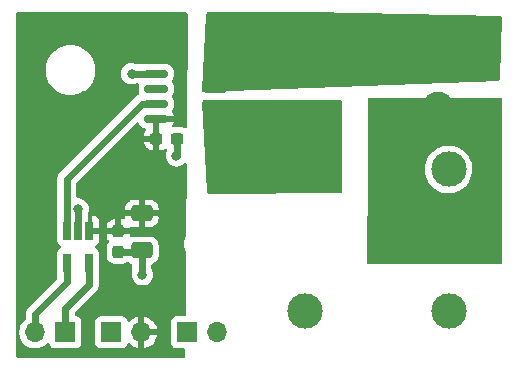
<source format=gtl>
G04 #@! TF.GenerationSoftware,KiCad,Pcbnew,6.0.6*
G04 #@! TF.CreationDate,2022-07-14T17:33:28+02:00*
G04 #@! TF.ProjectId,3D_power_meter,33445f70-6f77-4657-925f-6d657465722e,rev?*
G04 #@! TF.SameCoordinates,Original*
G04 #@! TF.FileFunction,Copper,L1,Top*
G04 #@! TF.FilePolarity,Positive*
%FSLAX46Y46*%
G04 Gerber Fmt 4.6, Leading zero omitted, Abs format (unit mm)*
G04 Created by KiCad (PCBNEW 6.0.6) date 2022-07-14 17:33:28*
%MOMM*%
%LPD*%
G01*
G04 APERTURE LIST*
G04 Aperture macros list*
%AMRoundRect*
0 Rectangle with rounded corners*
0 $1 Rounding radius*
0 $2 $3 $4 $5 $6 $7 $8 $9 X,Y pos of 4 corners*
0 Add a 4 corners polygon primitive as box body*
4,1,4,$2,$3,$4,$5,$6,$7,$8,$9,$2,$3,0*
0 Add four circle primitives for the rounded corners*
1,1,$1+$1,$2,$3*
1,1,$1+$1,$4,$5*
1,1,$1+$1,$6,$7*
1,1,$1+$1,$8,$9*
0 Add four rect primitives between the rounded corners*
20,1,$1+$1,$2,$3,$4,$5,0*
20,1,$1+$1,$4,$5,$6,$7,0*
20,1,$1+$1,$6,$7,$8,$9,0*
20,1,$1+$1,$8,$9,$2,$3,0*%
G04 Aperture macros list end*
G04 #@! TA.AperFunction,ComponentPad*
%ADD10R,1.700000X1.700000*%
G04 #@! TD*
G04 #@! TA.AperFunction,ComponentPad*
%ADD11O,1.700000X1.700000*%
G04 #@! TD*
G04 #@! TA.AperFunction,SMDPad,CuDef*
%ADD12RoundRect,0.237500X-0.300000X-0.237500X0.300000X-0.237500X0.300000X0.237500X-0.300000X0.237500X0*%
G04 #@! TD*
G04 #@! TA.AperFunction,SMDPad,CuDef*
%ADD13RoundRect,0.237500X-0.237500X0.300000X-0.237500X-0.300000X0.237500X-0.300000X0.237500X0.300000X0*%
G04 #@! TD*
G04 #@! TA.AperFunction,SMDPad,CuDef*
%ADD14RoundRect,0.250000X-0.650000X0.412500X-0.650000X-0.412500X0.650000X-0.412500X0.650000X0.412500X0*%
G04 #@! TD*
G04 #@! TA.AperFunction,ComponentPad*
%ADD15C,3.000000*%
G04 #@! TD*
G04 #@! TA.AperFunction,ComponentPad*
%ADD16R,2.600000X2.600000*%
G04 #@! TD*
G04 #@! TA.AperFunction,ComponentPad*
%ADD17C,2.600000*%
G04 #@! TD*
G04 #@! TA.AperFunction,SMDPad,CuDef*
%ADD18R,0.650000X1.560000*%
G04 #@! TD*
G04 #@! TA.AperFunction,SMDPad,CuDef*
%ADD19RoundRect,0.150000X0.825000X0.150000X-0.825000X0.150000X-0.825000X-0.150000X0.825000X-0.150000X0*%
G04 #@! TD*
G04 #@! TA.AperFunction,ViaPad*
%ADD20C,0.800000*%
G04 #@! TD*
G04 #@! TA.AperFunction,Conductor*
%ADD21C,0.500000*%
G04 #@! TD*
G04 #@! TA.AperFunction,Conductor*
%ADD22C,0.600000*%
G04 #@! TD*
G04 #@! TA.AperFunction,Conductor*
%ADD23C,0.800000*%
G04 #@! TD*
G04 APERTURE END LIST*
D10*
X165100000Y-118000000D03*
D11*
X162560000Y-118000000D03*
D12*
X172787500Y-101600000D03*
X174512500Y-101600000D03*
D13*
X169575000Y-109450000D03*
X169575000Y-111175000D03*
D14*
X171575000Y-107937500D03*
X171575000Y-111062500D03*
D10*
X169000000Y-118000000D03*
D11*
X171540000Y-118000000D03*
D10*
X175425000Y-118000000D03*
D11*
X177965000Y-118000000D03*
D15*
X199550000Y-110200000D03*
X185350000Y-116200000D03*
X185350000Y-104200000D03*
X197550000Y-104200000D03*
X197550000Y-116200000D03*
D16*
X196645000Y-93880000D03*
D17*
X196645000Y-98960000D03*
D18*
X167125000Y-109400000D03*
X166175000Y-109400000D03*
X165225000Y-109400000D03*
X165225000Y-112100000D03*
X167125000Y-112100000D03*
D19*
X177735000Y-99905000D03*
X177735000Y-98635000D03*
X177735000Y-97365000D03*
X177735000Y-96095000D03*
X172785000Y-96095000D03*
X172785000Y-97365000D03*
X172785000Y-98635000D03*
X172785000Y-99905000D03*
D20*
X171625000Y-113125000D03*
X174500000Y-103050000D03*
X166175000Y-107550000D03*
X170700000Y-96100000D03*
D21*
X167150000Y-109425000D02*
X167125000Y-109400000D01*
X169600000Y-109475000D02*
X169575000Y-109450000D01*
D22*
X169575000Y-111175000D02*
X171462500Y-111175000D01*
X171575000Y-111062500D02*
X171575000Y-113075000D01*
X174512500Y-101600000D02*
X174512500Y-103037500D01*
X174512500Y-103037500D02*
X174500000Y-103050000D01*
X171462500Y-111175000D02*
X171575000Y-111062500D01*
X172785000Y-96095000D02*
X170705000Y-96095000D01*
X166175000Y-109400000D02*
X166175000Y-107550000D01*
D23*
X170705000Y-96095000D02*
X170700000Y-96100000D01*
D22*
X171575000Y-113075000D02*
X171625000Y-113125000D01*
X167125000Y-113950000D02*
X167125000Y-112100000D01*
X165100000Y-118000000D02*
X165100000Y-115975000D01*
X165100000Y-115975000D02*
X167125000Y-113950000D01*
X162560000Y-116440000D02*
X165225000Y-113775000D01*
X165225000Y-113775000D02*
X165225000Y-112100000D01*
X162560000Y-118000000D02*
X162560000Y-116440000D01*
X165225000Y-104995000D02*
X165225000Y-109400000D01*
X171585000Y-98635000D02*
X165225000Y-104995000D01*
X171585000Y-98635000D02*
X172785000Y-98635000D01*
G04 #@! TA.AperFunction,Conductor*
G36*
X175389811Y-90928502D02*
G01*
X175436304Y-90982158D01*
X175447687Y-91035354D01*
X175382774Y-100612826D01*
X175362311Y-100680810D01*
X175308341Y-100726938D01*
X175238000Y-100736565D01*
X175190661Y-100719232D01*
X175136150Y-100685631D01*
X175136148Y-100685630D01*
X175129920Y-100681791D01*
X174964809Y-100627026D01*
X174957973Y-100626326D01*
X174957970Y-100626325D01*
X174906474Y-100621049D01*
X174862072Y-100616500D01*
X174263289Y-100616500D01*
X174195168Y-100596498D01*
X174148675Y-100542842D01*
X174138571Y-100472568D01*
X174154835Y-100426361D01*
X174214648Y-100325221D01*
X174220893Y-100310790D01*
X174259939Y-100176395D01*
X174259899Y-100162294D01*
X174252630Y-100159000D01*
X173057115Y-100159000D01*
X173041876Y-100163475D01*
X173040671Y-100164865D01*
X173039000Y-100172548D01*
X173039000Y-100568126D01*
X173041500Y-100585514D01*
X173041500Y-102564885D01*
X173045975Y-102580124D01*
X173047365Y-102581329D01*
X173055048Y-102583000D01*
X173133766Y-102583000D01*
X173140282Y-102582663D01*
X173234132Y-102572925D01*
X173247528Y-102570032D01*
X173398953Y-102519512D01*
X173412115Y-102513347D01*
X173511698Y-102451724D01*
X173580150Y-102432887D01*
X173647920Y-102454049D01*
X173693490Y-102508490D01*
X173704000Y-102558869D01*
X173704000Y-102577952D01*
X173687119Y-102640952D01*
X173665473Y-102678444D01*
X173606458Y-102860072D01*
X173586496Y-103050000D01*
X173606458Y-103239928D01*
X173665473Y-103421556D01*
X173760960Y-103586944D01*
X173888747Y-103728866D01*
X174043248Y-103841118D01*
X174049276Y-103843802D01*
X174049278Y-103843803D01*
X174211681Y-103916109D01*
X174217712Y-103918794D01*
X174311113Y-103938647D01*
X174398056Y-103957128D01*
X174398061Y-103957128D01*
X174404513Y-103958500D01*
X174595487Y-103958500D01*
X174601939Y-103957128D01*
X174601944Y-103957128D01*
X174688887Y-103938647D01*
X174782288Y-103918794D01*
X174788319Y-103916109D01*
X174950722Y-103843803D01*
X174950724Y-103843802D01*
X174956752Y-103841118D01*
X175111253Y-103728866D01*
X175141674Y-103695080D01*
X175202120Y-103657840D01*
X175273103Y-103659192D01*
X175332088Y-103698705D01*
X175360346Y-103763836D01*
X175361306Y-103780233D01*
X175321373Y-109672115D01*
X175321153Y-109704610D01*
X175310529Y-109754400D01*
X175286517Y-109809102D01*
X175207756Y-110085594D01*
X175167249Y-110370216D01*
X175167227Y-110374505D01*
X175167226Y-110374512D01*
X175165833Y-110640457D01*
X175165743Y-110657703D01*
X175166302Y-110661947D01*
X175166302Y-110661951D01*
X175175199Y-110729530D01*
X175203268Y-110942734D01*
X175204401Y-110946874D01*
X175204401Y-110946876D01*
X175209197Y-110964406D01*
X175279129Y-111220036D01*
X175296681Y-111261186D01*
X175300108Y-111269220D01*
X175310207Y-111319508D01*
X175274984Y-116516354D01*
X175254521Y-116584338D01*
X175200551Y-116630466D01*
X175148987Y-116641500D01*
X174526866Y-116641500D01*
X174464684Y-116648255D01*
X174328295Y-116699385D01*
X174211739Y-116786739D01*
X174124385Y-116903295D01*
X174073255Y-117039684D01*
X174066500Y-117101866D01*
X174066500Y-118898134D01*
X174073255Y-118960316D01*
X174124385Y-119096705D01*
X174211739Y-119213261D01*
X174328295Y-119300615D01*
X174464684Y-119351745D01*
X174526866Y-119358500D01*
X175128864Y-119358500D01*
X175196985Y-119378502D01*
X175243478Y-119432158D01*
X175254861Y-119485354D01*
X175252365Y-119853790D01*
X175251269Y-120015500D01*
X175251263Y-120016354D01*
X175230800Y-120084337D01*
X175176830Y-120130466D01*
X175125266Y-120141500D01*
X161034500Y-120141500D01*
X160966379Y-120121498D01*
X160919886Y-120067842D01*
X160908500Y-120015500D01*
X160908500Y-117966695D01*
X161197251Y-117966695D01*
X161210110Y-118189715D01*
X161211247Y-118194761D01*
X161211248Y-118194767D01*
X161224597Y-118254000D01*
X161259222Y-118407639D01*
X161343266Y-118614616D01*
X161459987Y-118805088D01*
X161606250Y-118973938D01*
X161778126Y-119116632D01*
X161971000Y-119229338D01*
X162179692Y-119309030D01*
X162184760Y-119310061D01*
X162184763Y-119310062D01*
X162279862Y-119329410D01*
X162398597Y-119353567D01*
X162403772Y-119353757D01*
X162403774Y-119353757D01*
X162616673Y-119361564D01*
X162616677Y-119361564D01*
X162621837Y-119361753D01*
X162626957Y-119361097D01*
X162626959Y-119361097D01*
X162838288Y-119334025D01*
X162838289Y-119334025D01*
X162843416Y-119333368D01*
X162848366Y-119331883D01*
X163052429Y-119270661D01*
X163052434Y-119270659D01*
X163057384Y-119269174D01*
X163257994Y-119170896D01*
X163439860Y-119041173D01*
X163548091Y-118933319D01*
X163610462Y-118899404D01*
X163681268Y-118904592D01*
X163738030Y-118947238D01*
X163755012Y-118978341D01*
X163799385Y-119096705D01*
X163886739Y-119213261D01*
X164003295Y-119300615D01*
X164139684Y-119351745D01*
X164201866Y-119358500D01*
X165998134Y-119358500D01*
X166060316Y-119351745D01*
X166196705Y-119300615D01*
X166313261Y-119213261D01*
X166400615Y-119096705D01*
X166451745Y-118960316D01*
X166458500Y-118898134D01*
X167641500Y-118898134D01*
X167648255Y-118960316D01*
X167699385Y-119096705D01*
X167786739Y-119213261D01*
X167903295Y-119300615D01*
X168039684Y-119351745D01*
X168101866Y-119358500D01*
X169898134Y-119358500D01*
X169960316Y-119351745D01*
X170096705Y-119300615D01*
X170213261Y-119213261D01*
X170300615Y-119096705D01*
X170344798Y-118978848D01*
X170387440Y-118922084D01*
X170454001Y-118897384D01*
X170523350Y-118912592D01*
X170558017Y-118940580D01*
X170583218Y-118969673D01*
X170590580Y-118976883D01*
X170754434Y-119112916D01*
X170762881Y-119118831D01*
X170946756Y-119226279D01*
X170956042Y-119230729D01*
X171155001Y-119306703D01*
X171164899Y-119309579D01*
X171268250Y-119330606D01*
X171282299Y-119329410D01*
X171286000Y-119319065D01*
X171286000Y-119318517D01*
X171794000Y-119318517D01*
X171798064Y-119332359D01*
X171811478Y-119334393D01*
X171818184Y-119333534D01*
X171828262Y-119331392D01*
X172032255Y-119270191D01*
X172041842Y-119266433D01*
X172233095Y-119172739D01*
X172241945Y-119167464D01*
X172415328Y-119043792D01*
X172423200Y-119037139D01*
X172574052Y-118886812D01*
X172580730Y-118878965D01*
X172705003Y-118706020D01*
X172710313Y-118697183D01*
X172804670Y-118506267D01*
X172808469Y-118496672D01*
X172870377Y-118292910D01*
X172872555Y-118282837D01*
X172873986Y-118271962D01*
X172871775Y-118257778D01*
X172858617Y-118254000D01*
X171812115Y-118254000D01*
X171796876Y-118258475D01*
X171795671Y-118259865D01*
X171794000Y-118267548D01*
X171794000Y-119318517D01*
X171286000Y-119318517D01*
X171286000Y-117727885D01*
X171794000Y-117727885D01*
X171798475Y-117743124D01*
X171799865Y-117744329D01*
X171807548Y-117746000D01*
X172858344Y-117746000D01*
X172871875Y-117742027D01*
X172873180Y-117732947D01*
X172831214Y-117565875D01*
X172827894Y-117556124D01*
X172742972Y-117360814D01*
X172738105Y-117351739D01*
X172622426Y-117172926D01*
X172616136Y-117164757D01*
X172472806Y-117007240D01*
X172465273Y-117000215D01*
X172298139Y-116868222D01*
X172289552Y-116862517D01*
X172103117Y-116759599D01*
X172093705Y-116755369D01*
X171892959Y-116684280D01*
X171882988Y-116681646D01*
X171811837Y-116668972D01*
X171798540Y-116670432D01*
X171794000Y-116684989D01*
X171794000Y-117727885D01*
X171286000Y-117727885D01*
X171286000Y-116683102D01*
X171282082Y-116669758D01*
X171267806Y-116667771D01*
X171229324Y-116673660D01*
X171219288Y-116676051D01*
X171016868Y-116742212D01*
X171007359Y-116746209D01*
X170818463Y-116844542D01*
X170809738Y-116850036D01*
X170639433Y-116977905D01*
X170631726Y-116984748D01*
X170554478Y-117065584D01*
X170492954Y-117101014D01*
X170422042Y-117097557D01*
X170364255Y-117056311D01*
X170345402Y-117022763D01*
X170303767Y-116911703D01*
X170300615Y-116903295D01*
X170213261Y-116786739D01*
X170096705Y-116699385D01*
X169960316Y-116648255D01*
X169898134Y-116641500D01*
X168101866Y-116641500D01*
X168039684Y-116648255D01*
X167903295Y-116699385D01*
X167786739Y-116786739D01*
X167699385Y-116903295D01*
X167648255Y-117039684D01*
X167641500Y-117101866D01*
X167641500Y-118898134D01*
X166458500Y-118898134D01*
X166458500Y-117101866D01*
X166451745Y-117039684D01*
X166400615Y-116903295D01*
X166313261Y-116786739D01*
X166196705Y-116699385D01*
X166060316Y-116648255D01*
X166033086Y-116645297D01*
X166020892Y-116643972D01*
X165955330Y-116616730D01*
X165914904Y-116558366D01*
X165908500Y-116518709D01*
X165908500Y-116362082D01*
X165928502Y-116293961D01*
X165945405Y-116272987D01*
X167690158Y-114528234D01*
X167691095Y-114527306D01*
X167750475Y-114469157D01*
X167750476Y-114469156D01*
X167755507Y-114464229D01*
X167778998Y-114427779D01*
X167786417Y-114417454D01*
X167813476Y-114383557D01*
X167816540Y-114377218D01*
X167816543Y-114377214D01*
X167828074Y-114353362D01*
X167835601Y-114339949D01*
X167849947Y-114317687D01*
X167849948Y-114317684D01*
X167853765Y-114311762D01*
X167856176Y-114305139D01*
X167868592Y-114271027D01*
X167873553Y-114259283D01*
X167889352Y-114226601D01*
X167889353Y-114226599D01*
X167892421Y-114220252D01*
X167899966Y-114187573D01*
X167904334Y-114172825D01*
X167915803Y-114141315D01*
X167916685Y-114134329D01*
X167916687Y-114134323D01*
X167921238Y-114098299D01*
X167923474Y-114085747D01*
X167931638Y-114050386D01*
X167931638Y-114050383D01*
X167933224Y-114043515D01*
X167933366Y-114002944D01*
X167933395Y-114002062D01*
X167933500Y-114001231D01*
X167933500Y-113964428D01*
X167933857Y-113862130D01*
X167933589Y-113860930D01*
X167933500Y-113859293D01*
X167933500Y-113061826D01*
X167941518Y-113017596D01*
X167948971Y-112997715D01*
X167951745Y-112990316D01*
X167958500Y-112928134D01*
X167958500Y-111524572D01*
X168591500Y-111524572D01*
X168602293Y-111628593D01*
X168657346Y-111793607D01*
X168748884Y-111941531D01*
X168754066Y-111946704D01*
X168866816Y-112059258D01*
X168866821Y-112059262D01*
X168871997Y-112064429D01*
X169020080Y-112155709D01*
X169185191Y-112210474D01*
X169192027Y-112211174D01*
X169192030Y-112211175D01*
X169243526Y-112216451D01*
X169287928Y-112221000D01*
X169862072Y-112221000D01*
X169865318Y-112220663D01*
X169865322Y-112220663D01*
X169959235Y-112210919D01*
X169959239Y-112210918D01*
X169966093Y-112210207D01*
X169972629Y-112208026D01*
X169972631Y-112208026D01*
X170108507Y-112162694D01*
X170131107Y-112155154D01*
X170279031Y-112063616D01*
X170281996Y-112060646D01*
X170346616Y-112034491D01*
X170416380Y-112047662D01*
X170440375Y-112065098D01*
X170440771Y-112064596D01*
X170446517Y-112069134D01*
X170451697Y-112074305D01*
X170457927Y-112078145D01*
X170457928Y-112078146D01*
X170595090Y-112162694D01*
X170602262Y-112167115D01*
X170659949Y-112186249D01*
X170680167Y-112192955D01*
X170738527Y-112233386D01*
X170765764Y-112298950D01*
X170766500Y-112312548D01*
X170766500Y-112807268D01*
X170760333Y-112846205D01*
X170731458Y-112935072D01*
X170730768Y-112941635D01*
X170730767Y-112941642D01*
X170718136Y-113061826D01*
X170711496Y-113125000D01*
X170731458Y-113314928D01*
X170790473Y-113496556D01*
X170885960Y-113661944D01*
X170890378Y-113666851D01*
X170890379Y-113666852D01*
X171000747Y-113789428D01*
X171013747Y-113803866D01*
X171168248Y-113916118D01*
X171174276Y-113918802D01*
X171174278Y-113918803D01*
X171277098Y-113964581D01*
X171342712Y-113993794D01*
X171436112Y-114013647D01*
X171523056Y-114032128D01*
X171523061Y-114032128D01*
X171529513Y-114033500D01*
X171720487Y-114033500D01*
X171726939Y-114032128D01*
X171726944Y-114032128D01*
X171813888Y-114013647D01*
X171907288Y-113993794D01*
X171972902Y-113964581D01*
X172075722Y-113918803D01*
X172075724Y-113918802D01*
X172081752Y-113916118D01*
X172236253Y-113803866D01*
X172249253Y-113789428D01*
X172359621Y-113666852D01*
X172359622Y-113666851D01*
X172364040Y-113661944D01*
X172459527Y-113496556D01*
X172518542Y-113314928D01*
X172538504Y-113125000D01*
X172531864Y-113061826D01*
X172519232Y-112941635D01*
X172519232Y-112941633D01*
X172518542Y-112935072D01*
X172459527Y-112753444D01*
X172400381Y-112651000D01*
X172383500Y-112588001D01*
X172383500Y-112312538D01*
X172403502Y-112244417D01*
X172457158Y-112197924D01*
X172469624Y-112193014D01*
X172530653Y-112172653D01*
X172548946Y-112166550D01*
X172699348Y-112073478D01*
X172711677Y-112061128D01*
X172819134Y-111953483D01*
X172824305Y-111948303D01*
X172917115Y-111797738D01*
X172972797Y-111629861D01*
X172983500Y-111525400D01*
X172983500Y-110599600D01*
X172978176Y-110548285D01*
X172973238Y-110500692D01*
X172973237Y-110500688D01*
X172972526Y-110493834D01*
X172952528Y-110433891D01*
X172918868Y-110333002D01*
X172916550Y-110326054D01*
X172823478Y-110175652D01*
X172698303Y-110050695D01*
X172547738Y-109957885D01*
X172467995Y-109931436D01*
X172386389Y-109904368D01*
X172386387Y-109904368D01*
X172379861Y-109902203D01*
X172373025Y-109901503D01*
X172373022Y-109901502D01*
X172325488Y-109896632D01*
X172275400Y-109891500D01*
X170874600Y-109891500D01*
X170871354Y-109891837D01*
X170871350Y-109891837D01*
X170775692Y-109901762D01*
X170775688Y-109901763D01*
X170768834Y-109902474D01*
X170762300Y-109904654D01*
X170762295Y-109904655D01*
X170723876Y-109917473D01*
X170652926Y-109920057D01*
X170591842Y-109883873D01*
X170560018Y-109820409D01*
X170558000Y-109797949D01*
X170558000Y-109722115D01*
X170553525Y-109706876D01*
X170552135Y-109705671D01*
X170544452Y-109704000D01*
X168610115Y-109704000D01*
X168594876Y-109708475D01*
X168593671Y-109709865D01*
X168592000Y-109717548D01*
X168592000Y-109796266D01*
X168592337Y-109802782D01*
X168602075Y-109896632D01*
X168604968Y-109910028D01*
X168655488Y-110061453D01*
X168661653Y-110074615D01*
X168745426Y-110209992D01*
X168754464Y-110221394D01*
X168756139Y-110223067D01*
X168756919Y-110224493D01*
X168759007Y-110227127D01*
X168758556Y-110227484D01*
X168790219Y-110285349D01*
X168785216Y-110356169D01*
X168756299Y-110401254D01*
X168753476Y-110404083D01*
X168748071Y-110409497D01*
X168744231Y-110415727D01*
X168744230Y-110415728D01*
X168662521Y-110548285D01*
X168656791Y-110557580D01*
X168602026Y-110722691D01*
X168601326Y-110729527D01*
X168601325Y-110729530D01*
X168597982Y-110762158D01*
X168591500Y-110825428D01*
X168591500Y-111524572D01*
X167958500Y-111524572D01*
X167958500Y-111271866D01*
X167951745Y-111209684D01*
X167900615Y-111073295D01*
X167813261Y-110956739D01*
X167696705Y-110869385D01*
X167688297Y-110866233D01*
X167680425Y-110861923D01*
X167681624Y-110859732D01*
X167635487Y-110825076D01*
X167610786Y-110758515D01*
X167625992Y-110689165D01*
X167676277Y-110639046D01*
X167684271Y-110635396D01*
X167703649Y-110624786D01*
X167805724Y-110548285D01*
X167818285Y-110535724D01*
X167894786Y-110433649D01*
X167903324Y-110418054D01*
X167948478Y-110297606D01*
X167952105Y-110282351D01*
X167957631Y-110231486D01*
X167958000Y-110224672D01*
X167958000Y-109672115D01*
X167953525Y-109656876D01*
X167952135Y-109655671D01*
X167944452Y-109654000D01*
X167134500Y-109654000D01*
X167066379Y-109633998D01*
X167019886Y-109580342D01*
X167008500Y-109528000D01*
X167008500Y-109177885D01*
X168592000Y-109177885D01*
X168596475Y-109193124D01*
X168597865Y-109194329D01*
X168605548Y-109196000D01*
X169302885Y-109196000D01*
X169318124Y-109191525D01*
X169319329Y-109190135D01*
X169321000Y-109182452D01*
X169321000Y-109177885D01*
X169829000Y-109177885D01*
X169833475Y-109193124D01*
X169834865Y-109194329D01*
X169842548Y-109196000D01*
X170539885Y-109196000D01*
X170555124Y-109191525D01*
X170556329Y-109190135D01*
X170559773Y-109174301D01*
X170593798Y-109111989D01*
X170656109Y-109077963D01*
X170722560Y-109081490D01*
X170763703Y-109095136D01*
X170777086Y-109098005D01*
X170871438Y-109107672D01*
X170877854Y-109108000D01*
X171302885Y-109108000D01*
X171318124Y-109103525D01*
X171319329Y-109102135D01*
X171321000Y-109094452D01*
X171321000Y-109089884D01*
X171829000Y-109089884D01*
X171833475Y-109105123D01*
X171834865Y-109106328D01*
X171842548Y-109107999D01*
X172272095Y-109107999D01*
X172278614Y-109107662D01*
X172374206Y-109097743D01*
X172387600Y-109094851D01*
X172541784Y-109043412D01*
X172554962Y-109037239D01*
X172692807Y-108951937D01*
X172704208Y-108942901D01*
X172818739Y-108828171D01*
X172827751Y-108816760D01*
X172912816Y-108678757D01*
X172918963Y-108665576D01*
X172970138Y-108511290D01*
X172973005Y-108497914D01*
X172982672Y-108403562D01*
X172983000Y-108397146D01*
X172983000Y-108209615D01*
X172978525Y-108194376D01*
X172977135Y-108193171D01*
X172969452Y-108191500D01*
X171847115Y-108191500D01*
X171831876Y-108195975D01*
X171830671Y-108197365D01*
X171829000Y-108205048D01*
X171829000Y-109089884D01*
X171321000Y-109089884D01*
X171321000Y-108209615D01*
X171316525Y-108194376D01*
X171315135Y-108193171D01*
X171307452Y-108191500D01*
X170185116Y-108191500D01*
X170169877Y-108195975D01*
X170168672Y-108197365D01*
X170167001Y-108205048D01*
X170167001Y-108307576D01*
X170146999Y-108375697D01*
X170093343Y-108422190D01*
X170023069Y-108432294D01*
X170001333Y-108427169D01*
X169971231Y-108417184D01*
X169957868Y-108414319D01*
X169865230Y-108404828D01*
X169858815Y-108404500D01*
X169847115Y-108404500D01*
X169831876Y-108408975D01*
X169830671Y-108410365D01*
X169829000Y-108418048D01*
X169829000Y-109177885D01*
X169321000Y-109177885D01*
X169321000Y-108422615D01*
X169316525Y-108407376D01*
X169315135Y-108406171D01*
X169307452Y-108404500D01*
X169291234Y-108404500D01*
X169284718Y-108404837D01*
X169190868Y-108414575D01*
X169177472Y-108417468D01*
X169026047Y-108467988D01*
X169012885Y-108474153D01*
X168877508Y-108557926D01*
X168866110Y-108566960D01*
X168753637Y-108679629D01*
X168744625Y-108691040D01*
X168661088Y-108826563D01*
X168654944Y-108839741D01*
X168604685Y-108991266D01*
X168601819Y-109004632D01*
X168592328Y-109097270D01*
X168592000Y-109103685D01*
X168592000Y-109177885D01*
X167008500Y-109177885D01*
X167008500Y-109127885D01*
X167379000Y-109127885D01*
X167383475Y-109143124D01*
X167384865Y-109144329D01*
X167392548Y-109146000D01*
X167939884Y-109146000D01*
X167955123Y-109141525D01*
X167956328Y-109140135D01*
X167957999Y-109132452D01*
X167957999Y-108575331D01*
X167957629Y-108568510D01*
X167952105Y-108517648D01*
X167948479Y-108502396D01*
X167903324Y-108381946D01*
X167894786Y-108366351D01*
X167818285Y-108264276D01*
X167805724Y-108251715D01*
X167703649Y-108175214D01*
X167688054Y-108166676D01*
X167567606Y-108121522D01*
X167552351Y-108117895D01*
X167501486Y-108112369D01*
X167494672Y-108112000D01*
X167397115Y-108112000D01*
X167381876Y-108116475D01*
X167380671Y-108117865D01*
X167379000Y-108125548D01*
X167379000Y-109127885D01*
X167008500Y-109127885D01*
X167008500Y-108571866D01*
X167001745Y-108509684D01*
X166991518Y-108482404D01*
X166983500Y-108438174D01*
X166983500Y-108000397D01*
X167000380Y-107937398D01*
X167009527Y-107921556D01*
X167068542Y-107739928D01*
X167074649Y-107681829D01*
X167076377Y-107665385D01*
X170167000Y-107665385D01*
X170171475Y-107680624D01*
X170172865Y-107681829D01*
X170180548Y-107683500D01*
X171302885Y-107683500D01*
X171318124Y-107679025D01*
X171319329Y-107677635D01*
X171321000Y-107669952D01*
X171321000Y-107665385D01*
X171829000Y-107665385D01*
X171833475Y-107680624D01*
X171834865Y-107681829D01*
X171842548Y-107683500D01*
X172964884Y-107683500D01*
X172980123Y-107679025D01*
X172981328Y-107677635D01*
X172982999Y-107669952D01*
X172982999Y-107477905D01*
X172982662Y-107471386D01*
X172972743Y-107375794D01*
X172969851Y-107362400D01*
X172918412Y-107208216D01*
X172912239Y-107195038D01*
X172826937Y-107057193D01*
X172817901Y-107045792D01*
X172703171Y-106931261D01*
X172691760Y-106922249D01*
X172553757Y-106837184D01*
X172540576Y-106831037D01*
X172386290Y-106779862D01*
X172372914Y-106776995D01*
X172278562Y-106767328D01*
X172272145Y-106767000D01*
X171847115Y-106767000D01*
X171831876Y-106771475D01*
X171830671Y-106772865D01*
X171829000Y-106780548D01*
X171829000Y-107665385D01*
X171321000Y-107665385D01*
X171321000Y-106785116D01*
X171316525Y-106769877D01*
X171315135Y-106768672D01*
X171307452Y-106767001D01*
X170877905Y-106767001D01*
X170871386Y-106767338D01*
X170775794Y-106777257D01*
X170762400Y-106780149D01*
X170608216Y-106831588D01*
X170595038Y-106837761D01*
X170457193Y-106923063D01*
X170445792Y-106932099D01*
X170331261Y-107046829D01*
X170322249Y-107058240D01*
X170237184Y-107196243D01*
X170231037Y-107209424D01*
X170179862Y-107363710D01*
X170176995Y-107377086D01*
X170167328Y-107471438D01*
X170167000Y-107477855D01*
X170167000Y-107665385D01*
X167076377Y-107665385D01*
X167087814Y-107556565D01*
X167088504Y-107550000D01*
X167080247Y-107471438D01*
X167069232Y-107366635D01*
X167069232Y-107366633D01*
X167068542Y-107360072D01*
X167009527Y-107178444D01*
X166914040Y-107013056D01*
X166786253Y-106871134D01*
X166661573Y-106780548D01*
X166637094Y-106762763D01*
X166637093Y-106762762D01*
X166631752Y-106758882D01*
X166625724Y-106756198D01*
X166625722Y-106756197D01*
X166463319Y-106683891D01*
X166463318Y-106683891D01*
X166457288Y-106681206D01*
X166363888Y-106661353D01*
X166276944Y-106642872D01*
X166276939Y-106642872D01*
X166270487Y-106641500D01*
X166159500Y-106641500D01*
X166091379Y-106621498D01*
X166044886Y-106567842D01*
X166033500Y-106515500D01*
X166033500Y-105382082D01*
X166053502Y-105313961D01*
X166070405Y-105292987D01*
X169479626Y-101883766D01*
X171742000Y-101883766D01*
X171742337Y-101890282D01*
X171752075Y-101984132D01*
X171754968Y-101997528D01*
X171805488Y-102148953D01*
X171811653Y-102162115D01*
X171895426Y-102297492D01*
X171904460Y-102308890D01*
X172017129Y-102421363D01*
X172028540Y-102430375D01*
X172164063Y-102513912D01*
X172177241Y-102520056D01*
X172328766Y-102570315D01*
X172342132Y-102573181D01*
X172434770Y-102582672D01*
X172441185Y-102583000D01*
X172515385Y-102583000D01*
X172530624Y-102578525D01*
X172531829Y-102577135D01*
X172533500Y-102569452D01*
X172533500Y-101872115D01*
X172529025Y-101856876D01*
X172527635Y-101855671D01*
X172519952Y-101854000D01*
X171760115Y-101854000D01*
X171744876Y-101858475D01*
X171743671Y-101859865D01*
X171742000Y-101867548D01*
X171742000Y-101883766D01*
X169479626Y-101883766D01*
X171131705Y-100231687D01*
X171194017Y-100197661D01*
X171264832Y-100202726D01*
X171321668Y-100245273D01*
X171341797Y-100285630D01*
X171349105Y-100310786D01*
X171355352Y-100325221D01*
X171431911Y-100454678D01*
X171441551Y-100467104D01*
X171547896Y-100573449D01*
X171560322Y-100583089D01*
X171689779Y-100659648D01*
X171704210Y-100665893D01*
X171832022Y-100703027D01*
X171891857Y-100741241D01*
X171921534Y-100805737D01*
X171911630Y-100876040D01*
X171895748Y-100902118D01*
X171894626Y-100903538D01*
X171811088Y-101039063D01*
X171804944Y-101052241D01*
X171754685Y-101203766D01*
X171751819Y-101217132D01*
X171742328Y-101309770D01*
X171742000Y-101316185D01*
X171742000Y-101327885D01*
X171746475Y-101343124D01*
X171747865Y-101344329D01*
X171755548Y-101346000D01*
X172515385Y-101346000D01*
X172530624Y-101341525D01*
X172531829Y-101340135D01*
X172533500Y-101332452D01*
X172533500Y-100761874D01*
X172531000Y-100744486D01*
X172531000Y-99777000D01*
X172551002Y-99708879D01*
X172604658Y-99662386D01*
X172657000Y-99651000D01*
X174246878Y-99651000D01*
X174260409Y-99647027D01*
X174261544Y-99639129D01*
X174220893Y-99499210D01*
X174214648Y-99484779D01*
X174138089Y-99355323D01*
X174132129Y-99347640D01*
X174106180Y-99281556D01*
X174120078Y-99211933D01*
X174130421Y-99195839D01*
X174134453Y-99191807D01*
X174219145Y-99048601D01*
X174265562Y-98888831D01*
X174268500Y-98851502D01*
X174268500Y-98418498D01*
X174265562Y-98381169D01*
X174219145Y-98221399D01*
X174134453Y-98078193D01*
X174131771Y-98075511D01*
X174106498Y-98011139D01*
X174120400Y-97941516D01*
X174130572Y-97925688D01*
X174134453Y-97921807D01*
X174219145Y-97778601D01*
X174265562Y-97618831D01*
X174266280Y-97609715D01*
X174268307Y-97583958D01*
X174268307Y-97583950D01*
X174268500Y-97581502D01*
X174268500Y-97148498D01*
X174265562Y-97111169D01*
X174233985Y-97002479D01*
X174221357Y-96959012D01*
X174221356Y-96959010D01*
X174219145Y-96951399D01*
X174134453Y-96808193D01*
X174131771Y-96805511D01*
X174106498Y-96741139D01*
X174120400Y-96671516D01*
X174130572Y-96655688D01*
X174134453Y-96651807D01*
X174219145Y-96508601D01*
X174224289Y-96490897D01*
X174249718Y-96403367D01*
X174265562Y-96348831D01*
X174268500Y-96311502D01*
X174268500Y-95878498D01*
X174265562Y-95841169D01*
X174219145Y-95681399D01*
X174195232Y-95640964D01*
X174138491Y-95545020D01*
X174138489Y-95545017D01*
X174134453Y-95538193D01*
X174016807Y-95420547D01*
X174009983Y-95416511D01*
X174009980Y-95416509D01*
X173880427Y-95339892D01*
X173880428Y-95339892D01*
X173873601Y-95335855D01*
X173865990Y-95333644D01*
X173865988Y-95333643D01*
X173780758Y-95308882D01*
X173713831Y-95289438D01*
X173707426Y-95288934D01*
X173707421Y-95288933D01*
X173678958Y-95286693D01*
X173678950Y-95286693D01*
X173676502Y-95286500D01*
X171157240Y-95286500D01*
X171112086Y-95278131D01*
X171026215Y-95245168D01*
X170941432Y-95212623D01*
X170934913Y-95211590D01*
X170934911Y-95211590D01*
X170759327Y-95183780D01*
X170759325Y-95183780D01*
X170752810Y-95182748D01*
X170746223Y-95183093D01*
X170746218Y-95183093D01*
X170568689Y-95192397D01*
X170568685Y-95192398D01*
X170562096Y-95192743D01*
X170421994Y-95230284D01*
X170421990Y-95230284D01*
X170421792Y-95230337D01*
X170421779Y-95230290D01*
X170421603Y-95230295D01*
X170418553Y-95231027D01*
X170417727Y-95231203D01*
X170417558Y-95230410D01*
X170416090Y-95230452D01*
X170416443Y-95231771D01*
X170377630Y-95242171D01*
X170371754Y-95245165D01*
X170371746Y-95245168D01*
X170273549Y-95295202D01*
X170267595Y-95298042D01*
X170249287Y-95306193D01*
X170249284Y-95306195D01*
X170243248Y-95308882D01*
X170237903Y-95312766D01*
X170232186Y-95316066D01*
X170232018Y-95315774D01*
X170226307Y-95319273D01*
X170207470Y-95328871D01*
X170202341Y-95333024D01*
X170202337Y-95333027D01*
X170137896Y-95385211D01*
X170132663Y-95389227D01*
X170088747Y-95421134D01*
X170084326Y-95426044D01*
X170084325Y-95426045D01*
X170042984Y-95471959D01*
X170038443Y-95476744D01*
X170023928Y-95491259D01*
X170021852Y-95493823D01*
X170011006Y-95507216D01*
X170006722Y-95512231D01*
X169965381Y-95558145D01*
X169965377Y-95558150D01*
X169960960Y-95563056D01*
X169957660Y-95568772D01*
X169957657Y-95568776D01*
X169953927Y-95575237D01*
X169942727Y-95591533D01*
X169933871Y-95602470D01*
X169902815Y-95663421D01*
X169899669Y-95669215D01*
X169865473Y-95728444D01*
X169863432Y-95734726D01*
X169863431Y-95734728D01*
X169861125Y-95741826D01*
X169853560Y-95760092D01*
X169847171Y-95772630D01*
X169845463Y-95779003D01*
X169845463Y-95779004D01*
X169829469Y-95838695D01*
X169827600Y-95845003D01*
X169806458Y-95910072D01*
X169805768Y-95916637D01*
X169805766Y-95916646D01*
X169804985Y-95924075D01*
X169801383Y-95943509D01*
X169799514Y-95950488D01*
X169797743Y-95957097D01*
X169797398Y-95963688D01*
X169797397Y-95963692D01*
X169794164Y-96025384D01*
X169793647Y-96031959D01*
X169786496Y-96100000D01*
X169787186Y-96106566D01*
X169787186Y-96106568D01*
X169787967Y-96114001D01*
X169788484Y-96133759D01*
X169787748Y-96147810D01*
X169798450Y-96215383D01*
X169799305Y-96221876D01*
X169806458Y-96289928D01*
X169808498Y-96296205D01*
X169808498Y-96296207D01*
X169810806Y-96303311D01*
X169815421Y-96322534D01*
X169816589Y-96329906D01*
X169817623Y-96336432D01*
X169819988Y-96342593D01*
X169842134Y-96400284D01*
X169844335Y-96406501D01*
X169865473Y-96471556D01*
X169872351Y-96483469D01*
X169872507Y-96483739D01*
X169881019Y-96501586D01*
X169883693Y-96508552D01*
X169883696Y-96508557D01*
X169886062Y-96514722D01*
X169889659Y-96520261D01*
X169923321Y-96572096D01*
X169926766Y-96577719D01*
X169960960Y-96636944D01*
X169965378Y-96641851D01*
X169965379Y-96641852D01*
X169970372Y-96647397D01*
X169982408Y-96663083D01*
X169990074Y-96674887D01*
X170038443Y-96723256D01*
X170042984Y-96728041D01*
X170088747Y-96778866D01*
X170094086Y-96782745D01*
X170094087Y-96782746D01*
X170100135Y-96787140D01*
X170115168Y-96799981D01*
X170125113Y-96809926D01*
X170130651Y-96813523D01*
X170130653Y-96813524D01*
X170182475Y-96847178D01*
X170187910Y-96850913D01*
X170243248Y-96891118D01*
X170249278Y-96893803D01*
X170249282Y-96893805D01*
X170256106Y-96896843D01*
X170273478Y-96906275D01*
X170285278Y-96913938D01*
X170291439Y-96916303D01*
X170291443Y-96916305D01*
X170349133Y-96938450D01*
X170355206Y-96940965D01*
X170417712Y-96968794D01*
X170424166Y-96970166D01*
X170424170Y-96970167D01*
X170431473Y-96971719D01*
X170450432Y-96977334D01*
X170463568Y-96982377D01*
X170531133Y-96993078D01*
X170537586Y-96994274D01*
X170604513Y-97008500D01*
X170618583Y-97008500D01*
X170638292Y-97010051D01*
X170652190Y-97012252D01*
X170658777Y-97011907D01*
X170658782Y-97011907D01*
X170720480Y-97008673D01*
X170727074Y-97008500D01*
X170795487Y-97008500D01*
X170809253Y-97005574D01*
X170828857Y-97002993D01*
X170836309Y-97002603D01*
X170836313Y-97002602D01*
X170842903Y-97002257D01*
X170849274Y-97000550D01*
X170849280Y-97000549D01*
X170908978Y-96984553D01*
X170915390Y-96983014D01*
X170929512Y-96980012D01*
X170982288Y-96968794D01*
X170988317Y-96966110D01*
X170988319Y-96966109D01*
X170995147Y-96963069D01*
X171013779Y-96956471D01*
X171020992Y-96954538D01*
X171020993Y-96954538D01*
X171027370Y-96952829D01*
X171088338Y-96921764D01*
X171094234Y-96918953D01*
X171104479Y-96914391D01*
X171155722Y-96903500D01*
X171196955Y-96903500D01*
X171265076Y-96923502D01*
X171311569Y-96977158D01*
X171321673Y-97047432D01*
X171317952Y-97064653D01*
X171304438Y-97111169D01*
X171301500Y-97148498D01*
X171301500Y-97581502D01*
X171301693Y-97583950D01*
X171301693Y-97583958D01*
X171303721Y-97609715D01*
X171304438Y-97618831D01*
X171306231Y-97625003D01*
X171306232Y-97625008D01*
X171325640Y-97691811D01*
X171338956Y-97737641D01*
X171339070Y-97738035D01*
X171338867Y-97809031D01*
X171300313Y-97868648D01*
X171259514Y-97892178D01*
X171233448Y-97901255D01*
X171227473Y-97904989D01*
X171227470Y-97904990D01*
X171205005Y-97919027D01*
X171191488Y-97926366D01*
X171167481Y-97937561D01*
X171167477Y-97937563D01*
X171161098Y-97940538D01*
X171133184Y-97962190D01*
X171126844Y-97967108D01*
X171116395Y-97974397D01*
X171079624Y-97997374D01*
X171074625Y-98002339D01*
X171074623Y-98002340D01*
X171050815Y-98025983D01*
X171050192Y-98026566D01*
X171049530Y-98027079D01*
X171023683Y-98052926D01*
X170950918Y-98125185D01*
X170950259Y-98126223D01*
X170949153Y-98127456D01*
X164659842Y-104416766D01*
X164658905Y-104417694D01*
X164594493Y-104480771D01*
X164571002Y-104517221D01*
X164563583Y-104527546D01*
X164536524Y-104561443D01*
X164533459Y-104567784D01*
X164533458Y-104567785D01*
X164521928Y-104591637D01*
X164514399Y-104605054D01*
X164496235Y-104633238D01*
X164493827Y-104639855D01*
X164493824Y-104639860D01*
X164481408Y-104673973D01*
X164476447Y-104685716D01*
X164460646Y-104718403D01*
X164460644Y-104718408D01*
X164457579Y-104724749D01*
X164455996Y-104731607D01*
X164455995Y-104731609D01*
X164450035Y-104757426D01*
X164445668Y-104772169D01*
X164434197Y-104803685D01*
X164433314Y-104810675D01*
X164433312Y-104810683D01*
X164428762Y-104846701D01*
X164426526Y-104859253D01*
X164416776Y-104901485D01*
X164416751Y-104908531D01*
X164416751Y-104908534D01*
X164416634Y-104942056D01*
X164416605Y-104942938D01*
X164416500Y-104943769D01*
X164416500Y-104980572D01*
X164416143Y-105082870D01*
X164416411Y-105084070D01*
X164416500Y-105085707D01*
X164416500Y-108438174D01*
X164408482Y-108482404D01*
X164398255Y-108509684D01*
X164391500Y-108571866D01*
X164391500Y-110228134D01*
X164398255Y-110290316D01*
X164449385Y-110426705D01*
X164536739Y-110543261D01*
X164653295Y-110630615D01*
X164661703Y-110633767D01*
X164669575Y-110638077D01*
X164668272Y-110640457D01*
X164713804Y-110674664D01*
X164738501Y-110741227D01*
X164723291Y-110810575D01*
X164673003Y-110860691D01*
X164665903Y-110863933D01*
X164661701Y-110866234D01*
X164653295Y-110869385D01*
X164536739Y-110956739D01*
X164449385Y-111073295D01*
X164398255Y-111209684D01*
X164391500Y-111271866D01*
X164391500Y-112928134D01*
X164398255Y-112990316D01*
X164401029Y-112997715D01*
X164408482Y-113017596D01*
X164416500Y-113061826D01*
X164416500Y-113387918D01*
X164396498Y-113456039D01*
X164379595Y-113477013D01*
X161994842Y-115861766D01*
X161993905Y-115862694D01*
X161929493Y-115925771D01*
X161906002Y-115962221D01*
X161898583Y-115972546D01*
X161871524Y-116006443D01*
X161868459Y-116012784D01*
X161868458Y-116012785D01*
X161856928Y-116036637D01*
X161849399Y-116050054D01*
X161831235Y-116078238D01*
X161828827Y-116084855D01*
X161828824Y-116084860D01*
X161816408Y-116118973D01*
X161811447Y-116130716D01*
X161795646Y-116163403D01*
X161795644Y-116163408D01*
X161792579Y-116169749D01*
X161790996Y-116176607D01*
X161790995Y-116176609D01*
X161785035Y-116202426D01*
X161780668Y-116217169D01*
X161769197Y-116248685D01*
X161768314Y-116255675D01*
X161768312Y-116255683D01*
X161763762Y-116291701D01*
X161761526Y-116304253D01*
X161751776Y-116346485D01*
X161751751Y-116353531D01*
X161751751Y-116353534D01*
X161751634Y-116387056D01*
X161751605Y-116387938D01*
X161751500Y-116388769D01*
X161751500Y-116425572D01*
X161751143Y-116527870D01*
X161751411Y-116529070D01*
X161751500Y-116530707D01*
X161751500Y-116845195D01*
X161731498Y-116913316D01*
X161701153Y-116945955D01*
X161659106Y-116977525D01*
X161659100Y-116977531D01*
X161654965Y-116980635D01*
X161651391Y-116984375D01*
X161561280Y-117078671D01*
X161500629Y-117142138D01*
X161374743Y-117326680D01*
X161280688Y-117529305D01*
X161220989Y-117744570D01*
X161197251Y-117966695D01*
X160908500Y-117966695D01*
X160908500Y-95932703D01*
X163415743Y-95932703D01*
X163416302Y-95936947D01*
X163416302Y-95936951D01*
X163419210Y-95959036D01*
X163453268Y-96217734D01*
X163529129Y-96495036D01*
X163530813Y-96498984D01*
X163634102Y-96741139D01*
X163641923Y-96759476D01*
X163653528Y-96778866D01*
X163787225Y-97002257D01*
X163789561Y-97006161D01*
X163969313Y-97230528D01*
X164177851Y-97428423D01*
X164411317Y-97596186D01*
X164415112Y-97598195D01*
X164415113Y-97598196D01*
X164454086Y-97618831D01*
X164665392Y-97730712D01*
X164935373Y-97829511D01*
X165216264Y-97890755D01*
X165234371Y-97892180D01*
X165439282Y-97908307D01*
X165439291Y-97908307D01*
X165441739Y-97908500D01*
X165597271Y-97908500D01*
X165599407Y-97908354D01*
X165599418Y-97908354D01*
X165807548Y-97894165D01*
X165807554Y-97894164D01*
X165811825Y-97893873D01*
X165816020Y-97893004D01*
X165816022Y-97893004D01*
X165998730Y-97855167D01*
X166093342Y-97835574D01*
X166364343Y-97739607D01*
X166619812Y-97607750D01*
X166623313Y-97605289D01*
X166623317Y-97605287D01*
X166737417Y-97525096D01*
X166855023Y-97442441D01*
X167065622Y-97246740D01*
X167247713Y-97024268D01*
X167397927Y-96779142D01*
X167445172Y-96671516D01*
X167511757Y-96519830D01*
X167513483Y-96515898D01*
X167592244Y-96239406D01*
X167632751Y-95954784D01*
X167632811Y-95943509D01*
X167634235Y-95671583D01*
X167634235Y-95671576D01*
X167634257Y-95667297D01*
X167625723Y-95602470D01*
X167602510Y-95426156D01*
X167596732Y-95382266D01*
X167520871Y-95104964D01*
X167408077Y-94840524D01*
X167260439Y-94593839D01*
X167080687Y-94369472D01*
X166872149Y-94171577D01*
X166638683Y-94003814D01*
X166616843Y-93992250D01*
X166593654Y-93979972D01*
X166384608Y-93869288D01*
X166114627Y-93770489D01*
X165833736Y-93709245D01*
X165802685Y-93706801D01*
X165610718Y-93691693D01*
X165610709Y-93691693D01*
X165608261Y-93691500D01*
X165452729Y-93691500D01*
X165450593Y-93691646D01*
X165450582Y-93691646D01*
X165242452Y-93705835D01*
X165242446Y-93705836D01*
X165238175Y-93706127D01*
X165233980Y-93706996D01*
X165233978Y-93706996D01*
X165097417Y-93735276D01*
X164956658Y-93764426D01*
X164685657Y-93860393D01*
X164430188Y-93992250D01*
X164426687Y-93994711D01*
X164426683Y-93994713D01*
X164416594Y-94001804D01*
X164194977Y-94157559D01*
X163984378Y-94353260D01*
X163802287Y-94575732D01*
X163652073Y-94820858D01*
X163536517Y-95084102D01*
X163457756Y-95360594D01*
X163439160Y-95491259D01*
X163423333Y-95602470D01*
X163417249Y-95645216D01*
X163417227Y-95649505D01*
X163417226Y-95649512D01*
X163415827Y-95916646D01*
X163415743Y-95932703D01*
X160908500Y-95932703D01*
X160908500Y-91034500D01*
X160928502Y-90966379D01*
X160982158Y-90919886D01*
X161034500Y-90908500D01*
X175321690Y-90908500D01*
X175389811Y-90928502D01*
G37*
G04 #@! TD.AperFunction*
G04 #@! TA.AperFunction,Conductor*
G36*
X185883431Y-90908521D02*
G01*
X201912369Y-91199153D01*
X201980116Y-91220386D01*
X202025629Y-91274876D01*
X202036058Y-91327748D01*
X201927463Y-96556409D01*
X201906051Y-96624100D01*
X201851441Y-96669469D01*
X201806478Y-96679694D01*
X176811627Y-97669525D01*
X176742769Y-97652234D01*
X176694189Y-97600461D01*
X176680825Y-97536832D01*
X177032217Y-91027708D01*
X177055862Y-90960764D01*
X177111946Y-90917231D01*
X177158034Y-90908500D01*
X185881147Y-90908500D01*
X185883431Y-90908521D01*
G37*
G04 #@! TD.AperFunction*
G04 #@! TA.AperFunction,Conductor*
G36*
X188433963Y-98363762D02*
G01*
X188480485Y-98417393D01*
X188491896Y-98468999D01*
X188540301Y-106117001D01*
X188520731Y-106185247D01*
X188467371Y-106232078D01*
X188414373Y-106243798D01*
X177219848Y-106249934D01*
X177151716Y-106229969D01*
X177105194Y-106176339D01*
X177093940Y-106130306D01*
X176706699Y-98482302D01*
X176723231Y-98413257D01*
X176774467Y-98364110D01*
X176832471Y-98349930D01*
X188365832Y-98343796D01*
X188433963Y-98363762D01*
G37*
G04 #@! TD.AperFunction*
G04 #@! TA.AperFunction,Conductor*
G36*
X194393440Y-98126226D02*
G01*
X201965551Y-98129163D01*
X202033662Y-98149190D01*
X202080134Y-98202864D01*
X202091500Y-98255162D01*
X202091500Y-112079372D01*
X202071498Y-112147493D01*
X202017842Y-112193986D01*
X201965999Y-112205371D01*
X195780423Y-112229766D01*
X190776942Y-112249499D01*
X190708743Y-112229766D01*
X190662039Y-112176294D01*
X190650446Y-112123057D01*
X190678365Y-104178918D01*
X195536917Y-104178918D01*
X195552682Y-104452320D01*
X195553507Y-104456525D01*
X195553508Y-104456533D01*
X195564127Y-104510657D01*
X195605405Y-104721053D01*
X195606792Y-104725103D01*
X195606793Y-104725108D01*
X195627605Y-104785895D01*
X195694112Y-104980144D01*
X195817160Y-105224799D01*
X195819586Y-105228328D01*
X195819589Y-105228334D01*
X195969843Y-105446953D01*
X195972274Y-105450490D01*
X196156582Y-105653043D01*
X196366675Y-105828707D01*
X196370316Y-105830991D01*
X196595024Y-105971951D01*
X196595028Y-105971953D01*
X196598664Y-105974234D01*
X196666544Y-106004883D01*
X196844345Y-106085164D01*
X196844349Y-106085166D01*
X196848257Y-106086930D01*
X196852377Y-106088150D01*
X196852376Y-106088150D01*
X197106723Y-106163491D01*
X197106727Y-106163492D01*
X197110836Y-106164709D01*
X197115070Y-106165357D01*
X197115075Y-106165358D01*
X197377298Y-106205483D01*
X197377300Y-106205483D01*
X197381540Y-106206132D01*
X197520912Y-106208322D01*
X197651071Y-106210367D01*
X197651077Y-106210367D01*
X197655362Y-106210434D01*
X197927235Y-106177534D01*
X198192127Y-106108041D01*
X198196087Y-106106401D01*
X198196092Y-106106399D01*
X198318632Y-106055641D01*
X198445136Y-106003241D01*
X198681582Y-105865073D01*
X198897089Y-105696094D01*
X198938809Y-105653043D01*
X199084686Y-105502509D01*
X199087669Y-105499431D01*
X199090202Y-105495983D01*
X199090206Y-105495978D01*
X199247257Y-105282178D01*
X199249795Y-105278723D01*
X199277154Y-105228334D01*
X199378418Y-105041830D01*
X199378419Y-105041828D01*
X199380468Y-105038054D01*
X199477269Y-104781877D01*
X199538407Y-104514933D01*
X199562751Y-104242161D01*
X199563193Y-104200000D01*
X199544567Y-103926778D01*
X199489032Y-103658612D01*
X199397617Y-103400465D01*
X199272013Y-103157112D01*
X199262040Y-103142921D01*
X199117008Y-102936562D01*
X199114545Y-102933057D01*
X198928125Y-102732445D01*
X198924810Y-102729731D01*
X198924806Y-102729728D01*
X198719523Y-102561706D01*
X198716205Y-102558990D01*
X198482704Y-102415901D01*
X198478768Y-102414173D01*
X198235873Y-102307549D01*
X198235869Y-102307548D01*
X198231945Y-102305825D01*
X197968566Y-102230800D01*
X197964324Y-102230196D01*
X197964318Y-102230195D01*
X197763834Y-102201662D01*
X197697443Y-102192213D01*
X197553589Y-102191460D01*
X197427877Y-102190802D01*
X197427871Y-102190802D01*
X197423591Y-102190780D01*
X197419347Y-102191339D01*
X197419343Y-102191339D01*
X197300302Y-102207011D01*
X197152078Y-102226525D01*
X197147938Y-102227658D01*
X197147936Y-102227658D01*
X197075008Y-102247609D01*
X196887928Y-102298788D01*
X196883980Y-102300472D01*
X196639982Y-102404546D01*
X196639978Y-102404548D01*
X196636030Y-102406232D01*
X196616125Y-102418145D01*
X196404725Y-102544664D01*
X196404721Y-102544667D01*
X196401043Y-102546868D01*
X196187318Y-102718094D01*
X195998808Y-102916742D01*
X195839002Y-103139136D01*
X195710857Y-103381161D01*
X195709385Y-103385184D01*
X195709383Y-103385188D01*
X195702314Y-103404506D01*
X195616743Y-103638337D01*
X195558404Y-103905907D01*
X195536917Y-104178918D01*
X190678365Y-104178918D01*
X190699200Y-98250400D01*
X190719441Y-98182350D01*
X190773260Y-98136046D01*
X190825248Y-98124843D01*
X194393440Y-98126226D01*
G37*
G04 #@! TD.AperFunction*
M02*

</source>
